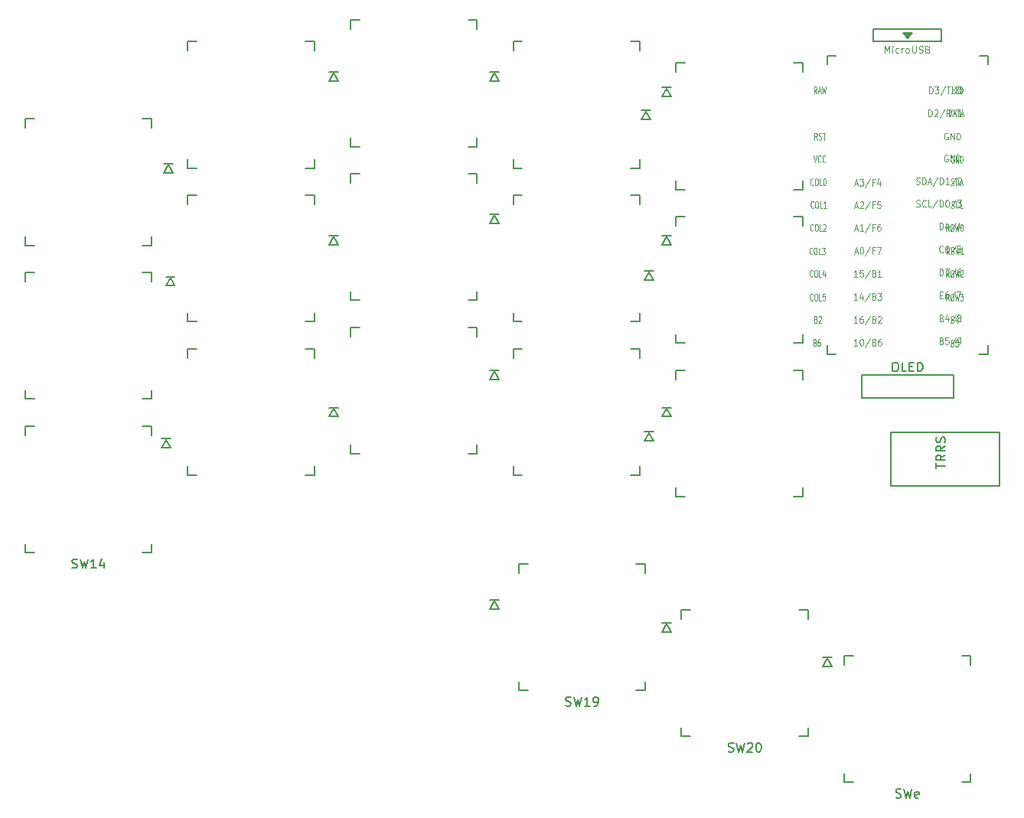
<source format=gto>
G04 #@! TF.GenerationSoftware,KiCad,Pcbnew,(5.1.5-0-10_14)*
G04 #@! TF.CreationDate,2020-05-05T15:06:42+01:00*
G04 #@! TF.ProjectId,beak,6265616b-2e6b-4696-9361-645f70636258,2.1*
G04 #@! TF.SameCoordinates,Original*
G04 #@! TF.FileFunction,Legend,Top*
G04 #@! TF.FilePolarity,Positive*
%FSLAX46Y46*%
G04 Gerber Fmt 4.6, Leading zero omitted, Abs format (unit mm)*
G04 Created by KiCad (PCBNEW (5.1.5-0-10_14)) date 2020-05-05 15:06:42*
%MOMM*%
%LPD*%
G04 APERTURE LIST*
%ADD10C,0.150000*%
%ADD11C,0.125000*%
%ADD12C,0.120000*%
G04 APERTURE END LIST*
D10*
X123620000Y-98440000D02*
X123620000Y-97440000D01*
X122620000Y-98440000D02*
X123620000Y-98440000D01*
X123620000Y-84440000D02*
X122620000Y-84440000D01*
X123620000Y-85440000D02*
X123620000Y-84440000D01*
X109620000Y-84440000D02*
X109620000Y-85440000D01*
X110620000Y-84440000D02*
X109620000Y-84440000D01*
X109620000Y-98440000D02*
X110620000Y-98440000D01*
X109620000Y-97440000D02*
X109620000Y-98440000D01*
X109000000Y-57920000D02*
X110000000Y-57920000D01*
X109000000Y-58920000D02*
X109000000Y-57920000D01*
X109000000Y-71920000D02*
X109000000Y-70920000D01*
X110000000Y-71920000D02*
X109000000Y-71920000D01*
X123000000Y-71920000D02*
X122000000Y-71920000D01*
X123000000Y-70920000D02*
X123000000Y-71920000D01*
X123000000Y-57920000D02*
X123000000Y-58920000D01*
X122000000Y-57920000D02*
X123000000Y-57920000D01*
X108500000Y-62045000D02*
X107500000Y-62045000D01*
X107500000Y-63045000D02*
X108000000Y-62145000D01*
X108500000Y-63045000D02*
X107500000Y-63045000D01*
X108000000Y-62145000D02*
X108500000Y-63045000D01*
X129540000Y-60960000D02*
X129540000Y-58420000D01*
X139700000Y-58420000D02*
X139700000Y-60960000D01*
X129540000Y-58420000D02*
X139700000Y-58420000D01*
X129540000Y-60960000D02*
X139700000Y-60960000D01*
X105620000Y-93360000D02*
X105620000Y-92360000D01*
X104620000Y-93360000D02*
X105620000Y-93360000D01*
X105620000Y-79360000D02*
X104620000Y-79360000D01*
X105620000Y-80360000D02*
X105620000Y-79360000D01*
X91620000Y-79360000D02*
X91620000Y-80360000D01*
X92620000Y-79360000D02*
X91620000Y-79360000D01*
X91620000Y-93360000D02*
X92620000Y-93360000D01*
X91620000Y-92360000D02*
X91620000Y-93360000D01*
X127620000Y-102520000D02*
X127620000Y-103520000D01*
X127620000Y-103520000D02*
X128620000Y-103520000D01*
X128620000Y-89520000D02*
X127620000Y-89520000D01*
X127620000Y-89520000D02*
X127620000Y-90520000D01*
X141620000Y-90520000D02*
X141620000Y-89520000D01*
X141620000Y-89520000D02*
X140620000Y-89520000D01*
X140620000Y-103520000D02*
X141620000Y-103520000D01*
X141620000Y-103520000D02*
X141620000Y-102520000D01*
X143520000Y-56150000D02*
X142510000Y-56150000D01*
X125720000Y-56150000D02*
X126720000Y-56150000D01*
X143520000Y-55150000D02*
X143520000Y-56150000D01*
X125720000Y-55100000D02*
X125720000Y-56150000D01*
X143520000Y-23100000D02*
X142570000Y-23100000D01*
X125720000Y-23100000D02*
X126720000Y-23100000D01*
X143520000Y-23100000D02*
X143520000Y-24100000D01*
X125720000Y-23100000D02*
X125720000Y-24100000D01*
X130870000Y-20200000D02*
X130870000Y-21500000D01*
X130870000Y-21500000D02*
X138370000Y-21500000D01*
X138370000Y-21500000D02*
X138370000Y-20200000D01*
X138370000Y-20200000D02*
X130870000Y-20200000D01*
X134120000Y-20550000D02*
X135120000Y-20550000D01*
X135120000Y-20550000D02*
X134620000Y-21200000D01*
X134620000Y-21200000D02*
X134120000Y-20550000D01*
X134270000Y-20700000D02*
X134970000Y-20700000D01*
X134370000Y-20850000D02*
X134870000Y-20850000D01*
X134470000Y-21000000D02*
X134770000Y-21000000D01*
X91000000Y-55545000D02*
X92000000Y-55545000D01*
X91000000Y-56545000D02*
X91000000Y-55545000D01*
X91000000Y-69545000D02*
X91000000Y-68545000D01*
X92000000Y-69545000D02*
X91000000Y-69545000D01*
X105000000Y-69545000D02*
X104000000Y-69545000D01*
X105000000Y-68545000D02*
X105000000Y-69545000D01*
X105000000Y-55545000D02*
X105000000Y-56545000D01*
X104000000Y-55545000D02*
X105000000Y-55545000D01*
X73000000Y-53170000D02*
X74000000Y-53170000D01*
X73000000Y-54170000D02*
X73000000Y-53170000D01*
X73000000Y-67170000D02*
X73000000Y-66170000D01*
X74000000Y-67170000D02*
X73000000Y-67170000D01*
X87000000Y-67170000D02*
X86000000Y-67170000D01*
X87000000Y-66170000D02*
X87000000Y-67170000D01*
X87000000Y-53170000D02*
X87000000Y-54170000D01*
X86000000Y-53170000D02*
X87000000Y-53170000D01*
X55000000Y-55545000D02*
X56000000Y-55545000D01*
X55000000Y-56545000D02*
X55000000Y-55545000D01*
X55000000Y-69545000D02*
X55000000Y-68545000D01*
X56000000Y-69545000D02*
X55000000Y-69545000D01*
X69000000Y-69545000D02*
X68000000Y-69545000D01*
X69000000Y-68545000D02*
X69000000Y-69545000D01*
X69000000Y-55545000D02*
X69000000Y-56545000D01*
X68000000Y-55545000D02*
X69000000Y-55545000D01*
X37000000Y-77105000D02*
X37000000Y-78105000D01*
X37000000Y-78105000D02*
X38000000Y-78105000D01*
X38000000Y-64105000D02*
X37000000Y-64105000D01*
X37000000Y-64105000D02*
X37000000Y-65105000D01*
X51000000Y-65105000D02*
X51000000Y-64105000D01*
X51000000Y-64105000D02*
X50000000Y-64105000D01*
X50000000Y-78105000D02*
X51000000Y-78105000D01*
X51000000Y-78105000D02*
X51000000Y-77105000D01*
X109000000Y-40920000D02*
X110000000Y-40920000D01*
X109000000Y-41920000D02*
X109000000Y-40920000D01*
X109000000Y-54920000D02*
X109000000Y-53920000D01*
X110000000Y-54920000D02*
X109000000Y-54920000D01*
X123000000Y-54920000D02*
X122000000Y-54920000D01*
X123000000Y-53920000D02*
X123000000Y-54920000D01*
X123000000Y-40920000D02*
X123000000Y-41920000D01*
X122000000Y-40920000D02*
X123000000Y-40920000D01*
X91000000Y-38540000D02*
X92000000Y-38540000D01*
X91000000Y-39540000D02*
X91000000Y-38540000D01*
X91000000Y-52540000D02*
X91000000Y-51540000D01*
X92000000Y-52540000D02*
X91000000Y-52540000D01*
X105000000Y-52540000D02*
X104000000Y-52540000D01*
X105000000Y-51540000D02*
X105000000Y-52540000D01*
X105000000Y-38540000D02*
X105000000Y-39540000D01*
X104000000Y-38540000D02*
X105000000Y-38540000D01*
X73000000Y-36170000D02*
X74000000Y-36170000D01*
X73000000Y-37170000D02*
X73000000Y-36170000D01*
X73000000Y-50170000D02*
X73000000Y-49170000D01*
X74000000Y-50170000D02*
X73000000Y-50170000D01*
X87000000Y-50170000D02*
X86000000Y-50170000D01*
X87000000Y-49170000D02*
X87000000Y-50170000D01*
X87000000Y-36170000D02*
X87000000Y-37170000D01*
X86000000Y-36170000D02*
X87000000Y-36170000D01*
X55000000Y-38540000D02*
X56000000Y-38540000D01*
X55000000Y-39540000D02*
X55000000Y-38540000D01*
X55000000Y-52540000D02*
X55000000Y-51540000D01*
X56000000Y-52540000D02*
X55000000Y-52540000D01*
X69000000Y-52540000D02*
X68000000Y-52540000D01*
X69000000Y-51540000D02*
X69000000Y-52540000D01*
X69000000Y-38540000D02*
X69000000Y-39540000D01*
X68000000Y-38540000D02*
X69000000Y-38540000D01*
X50000000Y-47100000D02*
X51000000Y-47100000D01*
X51000000Y-47100000D02*
X51000000Y-48100000D01*
X51000000Y-60100000D02*
X51000000Y-61100000D01*
X51000000Y-61100000D02*
X50000000Y-61100000D01*
X38000000Y-61100000D02*
X37000000Y-61100000D01*
X37000000Y-61100000D02*
X37000000Y-60100000D01*
X37000000Y-48100000D02*
X37000000Y-47100000D01*
X37000000Y-47100000D02*
X38000000Y-47100000D01*
X109000000Y-23920000D02*
X110000000Y-23920000D01*
X109000000Y-24920000D02*
X109000000Y-23920000D01*
X109000000Y-37920000D02*
X109000000Y-36920000D01*
X110000000Y-37920000D02*
X109000000Y-37920000D01*
X123000000Y-37920000D02*
X122000000Y-37920000D01*
X123000000Y-36920000D02*
X123000000Y-37920000D01*
X123000000Y-23920000D02*
X123000000Y-24920000D01*
X122000000Y-23920000D02*
X123000000Y-23920000D01*
X91000000Y-21540000D02*
X92000000Y-21540000D01*
X91000000Y-22540000D02*
X91000000Y-21540000D01*
X91000000Y-35540000D02*
X91000000Y-34540000D01*
X92000000Y-35540000D02*
X91000000Y-35540000D01*
X105000000Y-35540000D02*
X104000000Y-35540000D01*
X105000000Y-34540000D02*
X105000000Y-35540000D01*
X105000000Y-21540000D02*
X105000000Y-22540000D01*
X104000000Y-21540000D02*
X105000000Y-21540000D01*
X86000000Y-19180000D02*
X87000000Y-19180000D01*
X87000000Y-19180000D02*
X87000000Y-20180000D01*
X87000000Y-32180000D02*
X87000000Y-33180000D01*
X87000000Y-33180000D02*
X86000000Y-33180000D01*
X74000000Y-33180000D02*
X73000000Y-33180000D01*
X73000000Y-33180000D02*
X73000000Y-32180000D01*
X73000000Y-20180000D02*
X73000000Y-19180000D01*
X73000000Y-19180000D02*
X74000000Y-19180000D01*
X55000000Y-21540000D02*
X56000000Y-21540000D01*
X55000000Y-22540000D02*
X55000000Y-21540000D01*
X55000000Y-35540000D02*
X55000000Y-34540000D01*
X56000000Y-35540000D02*
X55000000Y-35540000D01*
X69000000Y-35540000D02*
X68000000Y-35540000D01*
X69000000Y-34540000D02*
X69000000Y-35540000D01*
X69000000Y-21540000D02*
X69000000Y-22540000D01*
X68000000Y-21540000D02*
X69000000Y-21540000D01*
X50000000Y-30100000D02*
X51000000Y-30100000D01*
X51000000Y-30100000D02*
X51000000Y-31100000D01*
X51000000Y-43100000D02*
X51000000Y-44100000D01*
X51000000Y-44100000D02*
X50000000Y-44100000D01*
X38000000Y-44100000D02*
X37000000Y-44100000D01*
X37000000Y-44100000D02*
X37000000Y-43100000D01*
X37000000Y-31100000D02*
X37000000Y-30100000D01*
X37000000Y-30100000D02*
X38000000Y-30100000D01*
X132780000Y-64750000D02*
X144780000Y-64750000D01*
X132780000Y-70750000D02*
X132780000Y-64750000D01*
X144780000Y-70750000D02*
X132780000Y-70750000D01*
X144780000Y-64750000D02*
X144780000Y-70750000D01*
X53340000Y-35060000D02*
X52340000Y-35060000D01*
X52340000Y-36060000D02*
X52840000Y-35160000D01*
X53340000Y-36060000D02*
X52340000Y-36060000D01*
X52840000Y-35160000D02*
X53340000Y-36060000D01*
X71120000Y-25000000D02*
X71620000Y-25900000D01*
X71620000Y-25900000D02*
X70620000Y-25900000D01*
X70620000Y-25900000D02*
X71120000Y-25000000D01*
X71620000Y-24900000D02*
X70620000Y-24900000D01*
X89400000Y-24900000D02*
X88400000Y-24900000D01*
X88400000Y-25900000D02*
X88900000Y-25000000D01*
X89400000Y-25900000D02*
X88400000Y-25900000D01*
X88900000Y-25000000D02*
X89400000Y-25900000D01*
X106180000Y-29170000D02*
X105180000Y-29170000D01*
X105180000Y-30170000D02*
X105680000Y-29270000D01*
X106180000Y-30170000D02*
X105180000Y-30170000D01*
X105680000Y-29270000D02*
X106180000Y-30170000D01*
X108450000Y-26630000D02*
X107450000Y-26630000D01*
X107450000Y-27630000D02*
X107950000Y-26730000D01*
X108450000Y-27630000D02*
X107450000Y-27630000D01*
X107950000Y-26730000D02*
X108450000Y-27630000D01*
X53570000Y-47560000D02*
X52570000Y-47560000D01*
X52570000Y-48560000D02*
X53070000Y-47660000D01*
X53570000Y-48560000D02*
X52570000Y-48560000D01*
X53070000Y-47660000D02*
X53570000Y-48560000D01*
X71120000Y-43145000D02*
X71620000Y-44045000D01*
X71620000Y-44045000D02*
X70620000Y-44045000D01*
X70620000Y-44045000D02*
X71120000Y-43145000D01*
X71620000Y-43045000D02*
X70620000Y-43045000D01*
X89400000Y-40670000D02*
X88400000Y-40670000D01*
X88400000Y-41670000D02*
X88900000Y-40770000D01*
X89400000Y-41670000D02*
X88400000Y-41670000D01*
X88900000Y-40770000D02*
X89400000Y-41670000D01*
X106500000Y-46950000D02*
X105500000Y-46950000D01*
X105500000Y-47950000D02*
X106000000Y-47050000D01*
X106500000Y-47950000D02*
X105500000Y-47950000D01*
X106000000Y-47050000D02*
X106500000Y-47950000D01*
X108500000Y-43045000D02*
X107500000Y-43045000D01*
X107500000Y-44045000D02*
X108000000Y-43145000D01*
X108500000Y-44045000D02*
X107500000Y-44045000D01*
X108000000Y-43145000D02*
X108500000Y-44045000D01*
X53070000Y-65495000D02*
X52070000Y-65495000D01*
X52070000Y-66495000D02*
X52570000Y-65595000D01*
X53070000Y-66495000D02*
X52070000Y-66495000D01*
X52570000Y-65595000D02*
X53070000Y-66495000D01*
X71620000Y-62045000D02*
X70620000Y-62045000D01*
X70620000Y-63045000D02*
X71120000Y-62145000D01*
X71620000Y-63045000D02*
X70620000Y-63045000D01*
X71120000Y-62145000D02*
X71620000Y-63045000D01*
X88900000Y-58020000D02*
X89400000Y-58920000D01*
X89400000Y-58920000D02*
X88400000Y-58920000D01*
X88400000Y-58920000D02*
X88900000Y-58020000D01*
X89400000Y-57920000D02*
X88400000Y-57920000D01*
X106500000Y-64730000D02*
X105500000Y-64730000D01*
X105500000Y-65730000D02*
X106000000Y-64830000D01*
X106500000Y-65730000D02*
X105500000Y-65730000D01*
X106000000Y-64830000D02*
X106500000Y-65730000D01*
X89400000Y-83320000D02*
X88400000Y-83320000D01*
X88400000Y-84320000D02*
X88900000Y-83420000D01*
X89400000Y-84320000D02*
X88400000Y-84320000D01*
X88900000Y-83420000D02*
X89400000Y-84320000D01*
X108450000Y-85860000D02*
X107450000Y-85860000D01*
X107450000Y-86860000D02*
X107950000Y-85960000D01*
X108450000Y-86860000D02*
X107450000Y-86860000D01*
X107950000Y-85960000D02*
X108450000Y-86860000D01*
X126230000Y-89670000D02*
X125230000Y-89670000D01*
X125230000Y-90670000D02*
X125730000Y-89770000D01*
X126230000Y-90670000D02*
X125230000Y-90670000D01*
X125730000Y-89770000D02*
X126230000Y-90670000D01*
X114810476Y-100099761D02*
X114953333Y-100147380D01*
X115191428Y-100147380D01*
X115286666Y-100099761D01*
X115334285Y-100052142D01*
X115381904Y-99956904D01*
X115381904Y-99861666D01*
X115334285Y-99766428D01*
X115286666Y-99718809D01*
X115191428Y-99671190D01*
X115000952Y-99623571D01*
X114905714Y-99575952D01*
X114858095Y-99528333D01*
X114810476Y-99433095D01*
X114810476Y-99337857D01*
X114858095Y-99242619D01*
X114905714Y-99195000D01*
X115000952Y-99147380D01*
X115239047Y-99147380D01*
X115381904Y-99195000D01*
X115715238Y-99147380D02*
X115953333Y-100147380D01*
X116143809Y-99433095D01*
X116334285Y-100147380D01*
X116572380Y-99147380D01*
X116905714Y-99242619D02*
X116953333Y-99195000D01*
X117048571Y-99147380D01*
X117286666Y-99147380D01*
X117381904Y-99195000D01*
X117429523Y-99242619D01*
X117477142Y-99337857D01*
X117477142Y-99433095D01*
X117429523Y-99575952D01*
X116858095Y-100147380D01*
X117477142Y-100147380D01*
X118096190Y-99147380D02*
X118191428Y-99147380D01*
X118286666Y-99195000D01*
X118334285Y-99242619D01*
X118381904Y-99337857D01*
X118429523Y-99528333D01*
X118429523Y-99766428D01*
X118381904Y-99956904D01*
X118334285Y-100052142D01*
X118286666Y-100099761D01*
X118191428Y-100147380D01*
X118096190Y-100147380D01*
X118000952Y-100099761D01*
X117953333Y-100052142D01*
X117905714Y-99956904D01*
X117858095Y-99766428D01*
X117858095Y-99528333D01*
X117905714Y-99337857D01*
X117953333Y-99242619D01*
X118000952Y-99195000D01*
X118096190Y-99147380D01*
X133157619Y-57042380D02*
X133348095Y-57042380D01*
X133443333Y-57090000D01*
X133538571Y-57185238D01*
X133586190Y-57375714D01*
X133586190Y-57709047D01*
X133538571Y-57899523D01*
X133443333Y-57994761D01*
X133348095Y-58042380D01*
X133157619Y-58042380D01*
X133062380Y-57994761D01*
X132967142Y-57899523D01*
X132919523Y-57709047D01*
X132919523Y-57375714D01*
X132967142Y-57185238D01*
X133062380Y-57090000D01*
X133157619Y-57042380D01*
X134490952Y-58042380D02*
X134014761Y-58042380D01*
X134014761Y-57042380D01*
X134824285Y-57518571D02*
X135157619Y-57518571D01*
X135300476Y-58042380D02*
X134824285Y-58042380D01*
X134824285Y-57042380D01*
X135300476Y-57042380D01*
X135729047Y-58042380D02*
X135729047Y-57042380D01*
X135967142Y-57042380D01*
X136110000Y-57090000D01*
X136205238Y-57185238D01*
X136252857Y-57280476D01*
X136300476Y-57470952D01*
X136300476Y-57613809D01*
X136252857Y-57804285D01*
X136205238Y-57899523D01*
X136110000Y-57994761D01*
X135967142Y-58042380D01*
X135729047Y-58042380D01*
X96810476Y-95019761D02*
X96953333Y-95067380D01*
X97191428Y-95067380D01*
X97286666Y-95019761D01*
X97334285Y-94972142D01*
X97381904Y-94876904D01*
X97381904Y-94781666D01*
X97334285Y-94686428D01*
X97286666Y-94638809D01*
X97191428Y-94591190D01*
X97000952Y-94543571D01*
X96905714Y-94495952D01*
X96858095Y-94448333D01*
X96810476Y-94353095D01*
X96810476Y-94257857D01*
X96858095Y-94162619D01*
X96905714Y-94115000D01*
X97000952Y-94067380D01*
X97239047Y-94067380D01*
X97381904Y-94115000D01*
X97715238Y-94067380D02*
X97953333Y-95067380D01*
X98143809Y-94353095D01*
X98334285Y-95067380D01*
X98572380Y-94067380D01*
X99477142Y-95067380D02*
X98905714Y-95067380D01*
X99191428Y-95067380D02*
X99191428Y-94067380D01*
X99096190Y-94210238D01*
X99000952Y-94305476D01*
X98905714Y-94353095D01*
X99953333Y-95067380D02*
X100143809Y-95067380D01*
X100239047Y-95019761D01*
X100286666Y-94972142D01*
X100381904Y-94829285D01*
X100429523Y-94638809D01*
X100429523Y-94257857D01*
X100381904Y-94162619D01*
X100334285Y-94115000D01*
X100239047Y-94067380D01*
X100048571Y-94067380D01*
X99953333Y-94115000D01*
X99905714Y-94162619D01*
X99858095Y-94257857D01*
X99858095Y-94495952D01*
X99905714Y-94591190D01*
X99953333Y-94638809D01*
X100048571Y-94686428D01*
X100239047Y-94686428D01*
X100334285Y-94638809D01*
X100381904Y-94591190D01*
X100429523Y-94495952D01*
X133334285Y-105179761D02*
X133477142Y-105227380D01*
X133715238Y-105227380D01*
X133810476Y-105179761D01*
X133858095Y-105132142D01*
X133905714Y-105036904D01*
X133905714Y-104941666D01*
X133858095Y-104846428D01*
X133810476Y-104798809D01*
X133715238Y-104751190D01*
X133524761Y-104703571D01*
X133429523Y-104655952D01*
X133381904Y-104608333D01*
X133334285Y-104513095D01*
X133334285Y-104417857D01*
X133381904Y-104322619D01*
X133429523Y-104275000D01*
X133524761Y-104227380D01*
X133762857Y-104227380D01*
X133905714Y-104275000D01*
X134239047Y-104227380D02*
X134477142Y-105227380D01*
X134667619Y-104513095D01*
X134858095Y-105227380D01*
X135096190Y-104227380D01*
X135858095Y-105179761D02*
X135762857Y-105227380D01*
X135572380Y-105227380D01*
X135477142Y-105179761D01*
X135429523Y-105084523D01*
X135429523Y-104703571D01*
X135477142Y-104608333D01*
X135572380Y-104560714D01*
X135762857Y-104560714D01*
X135858095Y-104608333D01*
X135905714Y-104703571D01*
X135905714Y-104798809D01*
X135429523Y-104894047D01*
D11*
X124559261Y-27261285D02*
X124392595Y-26904142D01*
X124273547Y-27261285D02*
X124273547Y-26511285D01*
X124464023Y-26511285D01*
X124511642Y-26547000D01*
X124535452Y-26582714D01*
X124559261Y-26654142D01*
X124559261Y-26761285D01*
X124535452Y-26832714D01*
X124511642Y-26868428D01*
X124464023Y-26904142D01*
X124273547Y-26904142D01*
X124749738Y-27047000D02*
X124987833Y-27047000D01*
X124702119Y-27261285D02*
X124868785Y-26511285D01*
X125035452Y-27261285D01*
X125154500Y-26511285D02*
X125273547Y-27261285D01*
X125368785Y-26725571D01*
X125464023Y-27261285D01*
X125583071Y-26511285D01*
X139700047Y-34230500D02*
X139652428Y-34194785D01*
X139581000Y-34194785D01*
X139509571Y-34230500D01*
X139461952Y-34301928D01*
X139438142Y-34373357D01*
X139414333Y-34516214D01*
X139414333Y-34623357D01*
X139438142Y-34766214D01*
X139461952Y-34837642D01*
X139509571Y-34909071D01*
X139581000Y-34944785D01*
X139628619Y-34944785D01*
X139700047Y-34909071D01*
X139723857Y-34873357D01*
X139723857Y-34623357D01*
X139628619Y-34623357D01*
X139938142Y-34944785D02*
X139938142Y-34194785D01*
X140223857Y-34944785D01*
X140223857Y-34194785D01*
X140461952Y-34944785D02*
X140461952Y-34194785D01*
X140581000Y-34194785D01*
X140652428Y-34230500D01*
X140700047Y-34301928D01*
X140723857Y-34373357D01*
X140747666Y-34516214D01*
X140747666Y-34623357D01*
X140723857Y-34766214D01*
X140700047Y-34837642D01*
X140652428Y-34909071D01*
X140581000Y-34944785D01*
X140461952Y-34944785D01*
X124630690Y-32404785D02*
X124464023Y-32047642D01*
X124344976Y-32404785D02*
X124344976Y-31654785D01*
X124535452Y-31654785D01*
X124583071Y-31690500D01*
X124606880Y-31726214D01*
X124630690Y-31797642D01*
X124630690Y-31904785D01*
X124606880Y-31976214D01*
X124583071Y-32011928D01*
X124535452Y-32047642D01*
X124344976Y-32047642D01*
X124821166Y-32369071D02*
X124892595Y-32404785D01*
X125011642Y-32404785D01*
X125059261Y-32369071D01*
X125083071Y-32333357D01*
X125106880Y-32261928D01*
X125106880Y-32190500D01*
X125083071Y-32119071D01*
X125059261Y-32083357D01*
X125011642Y-32047642D01*
X124916404Y-32011928D01*
X124868785Y-31976214D01*
X124844976Y-31940500D01*
X124821166Y-31869071D01*
X124821166Y-31797642D01*
X124844976Y-31726214D01*
X124868785Y-31690500D01*
X124916404Y-31654785D01*
X125035452Y-31654785D01*
X125106880Y-31690500D01*
X125249738Y-31654785D02*
X125535452Y-31654785D01*
X125392595Y-32404785D02*
X125392595Y-31654785D01*
X124237833Y-34131285D02*
X124404500Y-34881285D01*
X124571166Y-34131285D01*
X125023547Y-34809857D02*
X124999738Y-34845571D01*
X124928309Y-34881285D01*
X124880690Y-34881285D01*
X124809261Y-34845571D01*
X124761642Y-34774142D01*
X124737833Y-34702714D01*
X124714023Y-34559857D01*
X124714023Y-34452714D01*
X124737833Y-34309857D01*
X124761642Y-34238428D01*
X124809261Y-34167000D01*
X124880690Y-34131285D01*
X124928309Y-34131285D01*
X124999738Y-34167000D01*
X125023547Y-34202714D01*
X125523547Y-34809857D02*
X125499738Y-34845571D01*
X125428309Y-34881285D01*
X125380690Y-34881285D01*
X125309261Y-34845571D01*
X125261642Y-34774142D01*
X125237833Y-34702714D01*
X125214023Y-34559857D01*
X125214023Y-34452714D01*
X125237833Y-34309857D01*
X125261642Y-34238428D01*
X125309261Y-34167000D01*
X125380690Y-34131285D01*
X125428309Y-34131285D01*
X125499738Y-34167000D01*
X125523547Y-34202714D01*
X128789285Y-37275000D02*
X129108333Y-37275000D01*
X128725476Y-37489285D02*
X128948809Y-36739285D01*
X129172142Y-37489285D01*
X129331666Y-36739285D02*
X129746428Y-36739285D01*
X129523095Y-37025000D01*
X129618809Y-37025000D01*
X129682619Y-37060714D01*
X129714523Y-37096428D01*
X129746428Y-37167857D01*
X129746428Y-37346428D01*
X129714523Y-37417857D01*
X129682619Y-37453571D01*
X129618809Y-37489285D01*
X129427380Y-37489285D01*
X129363571Y-37453571D01*
X129331666Y-37417857D01*
X130512142Y-36703571D02*
X129937857Y-37667857D01*
X130958809Y-37096428D02*
X130735476Y-37096428D01*
X130735476Y-37489285D02*
X130735476Y-36739285D01*
X131054523Y-36739285D01*
X131596904Y-36989285D02*
X131596904Y-37489285D01*
X131437380Y-36703571D02*
X131277857Y-37239285D01*
X131692619Y-37239285D01*
X128789285Y-39775000D02*
X129108333Y-39775000D01*
X128725476Y-39989285D02*
X128948809Y-39239285D01*
X129172142Y-39989285D01*
X129363571Y-39310714D02*
X129395476Y-39275000D01*
X129459285Y-39239285D01*
X129618809Y-39239285D01*
X129682619Y-39275000D01*
X129714523Y-39310714D01*
X129746428Y-39382142D01*
X129746428Y-39453571D01*
X129714523Y-39560714D01*
X129331666Y-39989285D01*
X129746428Y-39989285D01*
X130512142Y-39203571D02*
X129937857Y-40167857D01*
X130958809Y-39596428D02*
X130735476Y-39596428D01*
X130735476Y-39989285D02*
X130735476Y-39239285D01*
X131054523Y-39239285D01*
X131628809Y-39239285D02*
X131309761Y-39239285D01*
X131277857Y-39596428D01*
X131309761Y-39560714D01*
X131373571Y-39525000D01*
X131533095Y-39525000D01*
X131596904Y-39560714D01*
X131628809Y-39596428D01*
X131660714Y-39667857D01*
X131660714Y-39846428D01*
X131628809Y-39917857D01*
X131596904Y-39953571D01*
X131533095Y-39989285D01*
X131373571Y-39989285D01*
X131309761Y-39953571D01*
X131277857Y-39917857D01*
X128789285Y-42275000D02*
X129108333Y-42275000D01*
X128725476Y-42489285D02*
X128948809Y-41739285D01*
X129172142Y-42489285D01*
X129746428Y-42489285D02*
X129363571Y-42489285D01*
X129555000Y-42489285D02*
X129555000Y-41739285D01*
X129491190Y-41846428D01*
X129427380Y-41917857D01*
X129363571Y-41953571D01*
X130512142Y-41703571D02*
X129937857Y-42667857D01*
X130958809Y-42096428D02*
X130735476Y-42096428D01*
X130735476Y-42489285D02*
X130735476Y-41739285D01*
X131054523Y-41739285D01*
X131596904Y-41739285D02*
X131469285Y-41739285D01*
X131405476Y-41775000D01*
X131373571Y-41810714D01*
X131309761Y-41917857D01*
X131277857Y-42060714D01*
X131277857Y-42346428D01*
X131309761Y-42417857D01*
X131341666Y-42453571D01*
X131405476Y-42489285D01*
X131533095Y-42489285D01*
X131596904Y-42453571D01*
X131628809Y-42417857D01*
X131660714Y-42346428D01*
X131660714Y-42167857D01*
X131628809Y-42096428D01*
X131596904Y-42060714D01*
X131533095Y-42025000D01*
X131405476Y-42025000D01*
X131341666Y-42060714D01*
X131309761Y-42096428D01*
X131277857Y-42167857D01*
X128789285Y-44825000D02*
X129108333Y-44825000D01*
X128725476Y-45039285D02*
X128948809Y-44289285D01*
X129172142Y-45039285D01*
X129523095Y-44289285D02*
X129586904Y-44289285D01*
X129650714Y-44325000D01*
X129682619Y-44360714D01*
X129714523Y-44432142D01*
X129746428Y-44575000D01*
X129746428Y-44753571D01*
X129714523Y-44896428D01*
X129682619Y-44967857D01*
X129650714Y-45003571D01*
X129586904Y-45039285D01*
X129523095Y-45039285D01*
X129459285Y-45003571D01*
X129427380Y-44967857D01*
X129395476Y-44896428D01*
X129363571Y-44753571D01*
X129363571Y-44575000D01*
X129395476Y-44432142D01*
X129427380Y-44360714D01*
X129459285Y-44325000D01*
X129523095Y-44289285D01*
X130512142Y-44253571D02*
X129937857Y-45217857D01*
X130958809Y-44646428D02*
X130735476Y-44646428D01*
X130735476Y-45039285D02*
X130735476Y-44289285D01*
X131054523Y-44289285D01*
X131245952Y-44289285D02*
X131692619Y-44289285D01*
X131405476Y-45039285D01*
X129092380Y-47589285D02*
X128709523Y-47589285D01*
X128900952Y-47589285D02*
X128900952Y-46839285D01*
X128837142Y-46946428D01*
X128773333Y-47017857D01*
X128709523Y-47053571D01*
X129698571Y-46839285D02*
X129379523Y-46839285D01*
X129347619Y-47196428D01*
X129379523Y-47160714D01*
X129443333Y-47125000D01*
X129602857Y-47125000D01*
X129666666Y-47160714D01*
X129698571Y-47196428D01*
X129730476Y-47267857D01*
X129730476Y-47446428D01*
X129698571Y-47517857D01*
X129666666Y-47553571D01*
X129602857Y-47589285D01*
X129443333Y-47589285D01*
X129379523Y-47553571D01*
X129347619Y-47517857D01*
X130496190Y-46803571D02*
X129921904Y-47767857D01*
X130942857Y-47196428D02*
X131038571Y-47232142D01*
X131070476Y-47267857D01*
X131102380Y-47339285D01*
X131102380Y-47446428D01*
X131070476Y-47517857D01*
X131038571Y-47553571D01*
X130974761Y-47589285D01*
X130719523Y-47589285D01*
X130719523Y-46839285D01*
X130942857Y-46839285D01*
X131006666Y-46875000D01*
X131038571Y-46910714D01*
X131070476Y-46982142D01*
X131070476Y-47053571D01*
X131038571Y-47125000D01*
X131006666Y-47160714D01*
X130942857Y-47196428D01*
X130719523Y-47196428D01*
X131740476Y-47589285D02*
X131357619Y-47589285D01*
X131549047Y-47589285D02*
X131549047Y-46839285D01*
X131485238Y-46946428D01*
X131421428Y-47017857D01*
X131357619Y-47053571D01*
X129092380Y-50139285D02*
X128709523Y-50139285D01*
X128900952Y-50139285D02*
X128900952Y-49389285D01*
X128837142Y-49496428D01*
X128773333Y-49567857D01*
X128709523Y-49603571D01*
X129666666Y-49639285D02*
X129666666Y-50139285D01*
X129507142Y-49353571D02*
X129347619Y-49889285D01*
X129762380Y-49889285D01*
X130496190Y-49353571D02*
X129921904Y-50317857D01*
X130942857Y-49746428D02*
X131038571Y-49782142D01*
X131070476Y-49817857D01*
X131102380Y-49889285D01*
X131102380Y-49996428D01*
X131070476Y-50067857D01*
X131038571Y-50103571D01*
X130974761Y-50139285D01*
X130719523Y-50139285D01*
X130719523Y-49389285D01*
X130942857Y-49389285D01*
X131006666Y-49425000D01*
X131038571Y-49460714D01*
X131070476Y-49532142D01*
X131070476Y-49603571D01*
X131038571Y-49675000D01*
X131006666Y-49710714D01*
X130942857Y-49746428D01*
X130719523Y-49746428D01*
X131325714Y-49389285D02*
X131740476Y-49389285D01*
X131517142Y-49675000D01*
X131612857Y-49675000D01*
X131676666Y-49710714D01*
X131708571Y-49746428D01*
X131740476Y-49817857D01*
X131740476Y-49996428D01*
X131708571Y-50067857D01*
X131676666Y-50103571D01*
X131612857Y-50139285D01*
X131421428Y-50139285D01*
X131357619Y-50103571D01*
X131325714Y-50067857D01*
X129092380Y-55189285D02*
X128709523Y-55189285D01*
X128900952Y-55189285D02*
X128900952Y-54439285D01*
X128837142Y-54546428D01*
X128773333Y-54617857D01*
X128709523Y-54653571D01*
X129507142Y-54439285D02*
X129570952Y-54439285D01*
X129634761Y-54475000D01*
X129666666Y-54510714D01*
X129698571Y-54582142D01*
X129730476Y-54725000D01*
X129730476Y-54903571D01*
X129698571Y-55046428D01*
X129666666Y-55117857D01*
X129634761Y-55153571D01*
X129570952Y-55189285D01*
X129507142Y-55189285D01*
X129443333Y-55153571D01*
X129411428Y-55117857D01*
X129379523Y-55046428D01*
X129347619Y-54903571D01*
X129347619Y-54725000D01*
X129379523Y-54582142D01*
X129411428Y-54510714D01*
X129443333Y-54475000D01*
X129507142Y-54439285D01*
X130496190Y-54403571D02*
X129921904Y-55367857D01*
X130942857Y-54796428D02*
X131038571Y-54832142D01*
X131070476Y-54867857D01*
X131102380Y-54939285D01*
X131102380Y-55046428D01*
X131070476Y-55117857D01*
X131038571Y-55153571D01*
X130974761Y-55189285D01*
X130719523Y-55189285D01*
X130719523Y-54439285D01*
X130942857Y-54439285D01*
X131006666Y-54475000D01*
X131038571Y-54510714D01*
X131070476Y-54582142D01*
X131070476Y-54653571D01*
X131038571Y-54725000D01*
X131006666Y-54760714D01*
X130942857Y-54796428D01*
X130719523Y-54796428D01*
X131676666Y-54439285D02*
X131549047Y-54439285D01*
X131485238Y-54475000D01*
X131453333Y-54510714D01*
X131389523Y-54617857D01*
X131357619Y-54760714D01*
X131357619Y-55046428D01*
X131389523Y-55117857D01*
X131421428Y-55153571D01*
X131485238Y-55189285D01*
X131612857Y-55189285D01*
X131676666Y-55153571D01*
X131708571Y-55117857D01*
X131740476Y-55046428D01*
X131740476Y-54867857D01*
X131708571Y-54796428D01*
X131676666Y-54760714D01*
X131612857Y-54725000D01*
X131485238Y-54725000D01*
X131421428Y-54760714D01*
X131389523Y-54796428D01*
X131357619Y-54867857D01*
X129092380Y-52689285D02*
X128709523Y-52689285D01*
X128900952Y-52689285D02*
X128900952Y-51939285D01*
X128837142Y-52046428D01*
X128773333Y-52117857D01*
X128709523Y-52153571D01*
X129666666Y-51939285D02*
X129539047Y-51939285D01*
X129475238Y-51975000D01*
X129443333Y-52010714D01*
X129379523Y-52117857D01*
X129347619Y-52260714D01*
X129347619Y-52546428D01*
X129379523Y-52617857D01*
X129411428Y-52653571D01*
X129475238Y-52689285D01*
X129602857Y-52689285D01*
X129666666Y-52653571D01*
X129698571Y-52617857D01*
X129730476Y-52546428D01*
X129730476Y-52367857D01*
X129698571Y-52296428D01*
X129666666Y-52260714D01*
X129602857Y-52225000D01*
X129475238Y-52225000D01*
X129411428Y-52260714D01*
X129379523Y-52296428D01*
X129347619Y-52367857D01*
X130496190Y-51903571D02*
X129921904Y-52867857D01*
X130942857Y-52296428D02*
X131038571Y-52332142D01*
X131070476Y-52367857D01*
X131102380Y-52439285D01*
X131102380Y-52546428D01*
X131070476Y-52617857D01*
X131038571Y-52653571D01*
X130974761Y-52689285D01*
X130719523Y-52689285D01*
X130719523Y-51939285D01*
X130942857Y-51939285D01*
X131006666Y-51975000D01*
X131038571Y-52010714D01*
X131070476Y-52082142D01*
X131070476Y-52153571D01*
X131038571Y-52225000D01*
X131006666Y-52260714D01*
X130942857Y-52296428D01*
X130719523Y-52296428D01*
X131357619Y-52010714D02*
X131389523Y-51975000D01*
X131453333Y-51939285D01*
X131612857Y-51939285D01*
X131676666Y-51975000D01*
X131708571Y-52010714D01*
X131740476Y-52082142D01*
X131740476Y-52153571D01*
X131708571Y-52260714D01*
X131325714Y-52689285D01*
X131740476Y-52689285D01*
X138192380Y-49596428D02*
X138415714Y-49596428D01*
X138511428Y-49989285D02*
X138192380Y-49989285D01*
X138192380Y-49239285D01*
X138511428Y-49239285D01*
X139085714Y-49239285D02*
X138958095Y-49239285D01*
X138894285Y-49275000D01*
X138862380Y-49310714D01*
X138798571Y-49417857D01*
X138766666Y-49560714D01*
X138766666Y-49846428D01*
X138798571Y-49917857D01*
X138830476Y-49953571D01*
X138894285Y-49989285D01*
X139021904Y-49989285D01*
X139085714Y-49953571D01*
X139117619Y-49917857D01*
X139149523Y-49846428D01*
X139149523Y-49667857D01*
X139117619Y-49596428D01*
X139085714Y-49560714D01*
X139021904Y-49525000D01*
X138894285Y-49525000D01*
X138830476Y-49560714D01*
X138798571Y-49596428D01*
X138766666Y-49667857D01*
X139915238Y-49203571D02*
X139340952Y-50167857D01*
X140074761Y-49239285D02*
X140521428Y-49239285D01*
X140234285Y-49989285D01*
X138160476Y-47439285D02*
X138160476Y-46689285D01*
X138320000Y-46689285D01*
X138415714Y-46725000D01*
X138479523Y-46796428D01*
X138511428Y-46867857D01*
X138543333Y-47010714D01*
X138543333Y-47117857D01*
X138511428Y-47260714D01*
X138479523Y-47332142D01*
X138415714Y-47403571D01*
X138320000Y-47439285D01*
X138160476Y-47439285D01*
X138766666Y-46689285D02*
X139213333Y-46689285D01*
X138926190Y-47439285D01*
X139947142Y-46653571D02*
X139372857Y-47617857D01*
X140457619Y-46689285D02*
X140330000Y-46689285D01*
X140266190Y-46725000D01*
X140234285Y-46760714D01*
X140170476Y-46867857D01*
X140138571Y-47010714D01*
X140138571Y-47296428D01*
X140170476Y-47367857D01*
X140202380Y-47403571D01*
X140266190Y-47439285D01*
X140393809Y-47439285D01*
X140457619Y-47403571D01*
X140489523Y-47367857D01*
X140521428Y-47296428D01*
X140521428Y-47117857D01*
X140489523Y-47046428D01*
X140457619Y-47010714D01*
X140393809Y-46975000D01*
X140266190Y-46975000D01*
X140202380Y-47010714D01*
X140170476Y-47046428D01*
X140138571Y-47117857D01*
X139064523Y-31675000D02*
X139000714Y-31639285D01*
X138905000Y-31639285D01*
X138809285Y-31675000D01*
X138745476Y-31746428D01*
X138713571Y-31817857D01*
X138681666Y-31960714D01*
X138681666Y-32067857D01*
X138713571Y-32210714D01*
X138745476Y-32282142D01*
X138809285Y-32353571D01*
X138905000Y-32389285D01*
X138968809Y-32389285D01*
X139064523Y-32353571D01*
X139096428Y-32317857D01*
X139096428Y-32067857D01*
X138968809Y-32067857D01*
X139383571Y-32389285D02*
X139383571Y-31639285D01*
X139766428Y-32389285D01*
X139766428Y-31639285D01*
X140085476Y-32389285D02*
X140085476Y-31639285D01*
X140245000Y-31639285D01*
X140340714Y-31675000D01*
X140404523Y-31746428D01*
X140436428Y-31817857D01*
X140468333Y-31960714D01*
X140468333Y-32067857D01*
X140436428Y-32210714D01*
X140404523Y-32282142D01*
X140340714Y-32353571D01*
X140245000Y-32389285D01*
X140085476Y-32389285D01*
X139064523Y-34125000D02*
X139000714Y-34089285D01*
X138905000Y-34089285D01*
X138809285Y-34125000D01*
X138745476Y-34196428D01*
X138713571Y-34267857D01*
X138681666Y-34410714D01*
X138681666Y-34517857D01*
X138713571Y-34660714D01*
X138745476Y-34732142D01*
X138809285Y-34803571D01*
X138905000Y-34839285D01*
X138968809Y-34839285D01*
X139064523Y-34803571D01*
X139096428Y-34767857D01*
X139096428Y-34517857D01*
X138968809Y-34517857D01*
X139383571Y-34839285D02*
X139383571Y-34089285D01*
X139766428Y-34839285D01*
X139766428Y-34089285D01*
X140085476Y-34839285D02*
X140085476Y-34089285D01*
X140245000Y-34089285D01*
X140340714Y-34125000D01*
X140404523Y-34196428D01*
X140436428Y-34267857D01*
X140468333Y-34410714D01*
X140468333Y-34517857D01*
X140436428Y-34660714D01*
X140404523Y-34732142D01*
X140340714Y-34803571D01*
X140245000Y-34839285D01*
X140085476Y-34839285D01*
X137036190Y-27289285D02*
X137036190Y-26539285D01*
X137195714Y-26539285D01*
X137291428Y-26575000D01*
X137355238Y-26646428D01*
X137387142Y-26717857D01*
X137419047Y-26860714D01*
X137419047Y-26967857D01*
X137387142Y-27110714D01*
X137355238Y-27182142D01*
X137291428Y-27253571D01*
X137195714Y-27289285D01*
X137036190Y-27289285D01*
X137642380Y-26539285D02*
X138057142Y-26539285D01*
X137833809Y-26825000D01*
X137929523Y-26825000D01*
X137993333Y-26860714D01*
X138025238Y-26896428D01*
X138057142Y-26967857D01*
X138057142Y-27146428D01*
X138025238Y-27217857D01*
X137993333Y-27253571D01*
X137929523Y-27289285D01*
X137738095Y-27289285D01*
X137674285Y-27253571D01*
X137642380Y-27217857D01*
X138822857Y-26503571D02*
X138248571Y-27467857D01*
X138950476Y-26539285D02*
X139333333Y-26539285D01*
X139141904Y-27289285D02*
X139141904Y-26539285D01*
X139492857Y-26539285D02*
X139939523Y-27289285D01*
X139939523Y-26539285D02*
X139492857Y-27289285D01*
X140322380Y-26539285D02*
X140386190Y-26539285D01*
X140450000Y-26575000D01*
X140481904Y-26610714D01*
X140513809Y-26682142D01*
X140545714Y-26825000D01*
X140545714Y-27003571D01*
X140513809Y-27146428D01*
X140481904Y-27217857D01*
X140450000Y-27253571D01*
X140386190Y-27289285D01*
X140322380Y-27289285D01*
X140258571Y-27253571D01*
X140226666Y-27217857D01*
X140194761Y-27146428D01*
X140162857Y-27003571D01*
X140162857Y-26825000D01*
X140194761Y-26682142D01*
X140226666Y-26610714D01*
X140258571Y-26575000D01*
X140322380Y-26539285D01*
X138160476Y-42339285D02*
X138160476Y-41589285D01*
X138320000Y-41589285D01*
X138415714Y-41625000D01*
X138479523Y-41696428D01*
X138511428Y-41767857D01*
X138543333Y-41910714D01*
X138543333Y-42017857D01*
X138511428Y-42160714D01*
X138479523Y-42232142D01*
X138415714Y-42303571D01*
X138320000Y-42339285D01*
X138160476Y-42339285D01*
X139117619Y-41839285D02*
X139117619Y-42339285D01*
X138958095Y-41553571D02*
X138798571Y-42089285D01*
X139213333Y-42089285D01*
X139947142Y-41553571D02*
X139372857Y-42517857D01*
X140457619Y-41839285D02*
X140457619Y-42339285D01*
X140298095Y-41553571D02*
X140138571Y-42089285D01*
X140553333Y-42089285D01*
X135586428Y-37303571D02*
X135682142Y-37339285D01*
X135841666Y-37339285D01*
X135905476Y-37303571D01*
X135937380Y-37267857D01*
X135969285Y-37196428D01*
X135969285Y-37125000D01*
X135937380Y-37053571D01*
X135905476Y-37017857D01*
X135841666Y-36982142D01*
X135714047Y-36946428D01*
X135650238Y-36910714D01*
X135618333Y-36875000D01*
X135586428Y-36803571D01*
X135586428Y-36732142D01*
X135618333Y-36660714D01*
X135650238Y-36625000D01*
X135714047Y-36589285D01*
X135873571Y-36589285D01*
X135969285Y-36625000D01*
X136256428Y-37339285D02*
X136256428Y-36589285D01*
X136415952Y-36589285D01*
X136511666Y-36625000D01*
X136575476Y-36696428D01*
X136607380Y-36767857D01*
X136639285Y-36910714D01*
X136639285Y-37017857D01*
X136607380Y-37160714D01*
X136575476Y-37232142D01*
X136511666Y-37303571D01*
X136415952Y-37339285D01*
X136256428Y-37339285D01*
X136894523Y-37125000D02*
X137213571Y-37125000D01*
X136830714Y-37339285D02*
X137054047Y-36589285D01*
X137277380Y-37339285D01*
X137979285Y-36553571D02*
X137405000Y-37517857D01*
X138202619Y-37339285D02*
X138202619Y-36589285D01*
X138362142Y-36589285D01*
X138457857Y-36625000D01*
X138521666Y-36696428D01*
X138553571Y-36767857D01*
X138585476Y-36910714D01*
X138585476Y-37017857D01*
X138553571Y-37160714D01*
X138521666Y-37232142D01*
X138457857Y-37303571D01*
X138362142Y-37339285D01*
X138202619Y-37339285D01*
X139223571Y-37339285D02*
X138840714Y-37339285D01*
X139032142Y-37339285D02*
X139032142Y-36589285D01*
X138968333Y-36696428D01*
X138904523Y-36767857D01*
X138840714Y-36803571D01*
X139989285Y-36553571D02*
X139415000Y-37517857D01*
X140180714Y-36660714D02*
X140212619Y-36625000D01*
X140276428Y-36589285D01*
X140435952Y-36589285D01*
X140499761Y-36625000D01*
X140531666Y-36660714D01*
X140563571Y-36732142D01*
X140563571Y-36803571D01*
X140531666Y-36910714D01*
X140148809Y-37339285D01*
X140563571Y-37339285D01*
X135602380Y-39803571D02*
X135698095Y-39839285D01*
X135857619Y-39839285D01*
X135921428Y-39803571D01*
X135953333Y-39767857D01*
X135985238Y-39696428D01*
X135985238Y-39625000D01*
X135953333Y-39553571D01*
X135921428Y-39517857D01*
X135857619Y-39482142D01*
X135730000Y-39446428D01*
X135666190Y-39410714D01*
X135634285Y-39375000D01*
X135602380Y-39303571D01*
X135602380Y-39232142D01*
X135634285Y-39160714D01*
X135666190Y-39125000D01*
X135730000Y-39089285D01*
X135889523Y-39089285D01*
X135985238Y-39125000D01*
X136655238Y-39767857D02*
X136623333Y-39803571D01*
X136527619Y-39839285D01*
X136463809Y-39839285D01*
X136368095Y-39803571D01*
X136304285Y-39732142D01*
X136272380Y-39660714D01*
X136240476Y-39517857D01*
X136240476Y-39410714D01*
X136272380Y-39267857D01*
X136304285Y-39196428D01*
X136368095Y-39125000D01*
X136463809Y-39089285D01*
X136527619Y-39089285D01*
X136623333Y-39125000D01*
X136655238Y-39160714D01*
X137261428Y-39839285D02*
X136942380Y-39839285D01*
X136942380Y-39089285D01*
X137963333Y-39053571D02*
X137389047Y-40017857D01*
X138186666Y-39839285D02*
X138186666Y-39089285D01*
X138346190Y-39089285D01*
X138441904Y-39125000D01*
X138505714Y-39196428D01*
X138537619Y-39267857D01*
X138569523Y-39410714D01*
X138569523Y-39517857D01*
X138537619Y-39660714D01*
X138505714Y-39732142D01*
X138441904Y-39803571D01*
X138346190Y-39839285D01*
X138186666Y-39839285D01*
X138984285Y-39089285D02*
X139048095Y-39089285D01*
X139111904Y-39125000D01*
X139143809Y-39160714D01*
X139175714Y-39232142D01*
X139207619Y-39375000D01*
X139207619Y-39553571D01*
X139175714Y-39696428D01*
X139143809Y-39767857D01*
X139111904Y-39803571D01*
X139048095Y-39839285D01*
X138984285Y-39839285D01*
X138920476Y-39803571D01*
X138888571Y-39767857D01*
X138856666Y-39696428D01*
X138824761Y-39553571D01*
X138824761Y-39375000D01*
X138856666Y-39232142D01*
X138888571Y-39160714D01*
X138920476Y-39125000D01*
X138984285Y-39089285D01*
X139973333Y-39053571D02*
X139399047Y-40017857D01*
X140132857Y-39089285D02*
X140547619Y-39089285D01*
X140324285Y-39375000D01*
X140420000Y-39375000D01*
X140483809Y-39410714D01*
X140515714Y-39446428D01*
X140547619Y-39517857D01*
X140547619Y-39696428D01*
X140515714Y-39767857D01*
X140483809Y-39803571D01*
X140420000Y-39839285D01*
X140228571Y-39839285D01*
X140164761Y-39803571D01*
X140132857Y-39767857D01*
X138543333Y-44817857D02*
X138511428Y-44853571D01*
X138415714Y-44889285D01*
X138351904Y-44889285D01*
X138256190Y-44853571D01*
X138192380Y-44782142D01*
X138160476Y-44710714D01*
X138128571Y-44567857D01*
X138128571Y-44460714D01*
X138160476Y-44317857D01*
X138192380Y-44246428D01*
X138256190Y-44175000D01*
X138351904Y-44139285D01*
X138415714Y-44139285D01*
X138511428Y-44175000D01*
X138543333Y-44210714D01*
X139117619Y-44139285D02*
X138990000Y-44139285D01*
X138926190Y-44175000D01*
X138894285Y-44210714D01*
X138830476Y-44317857D01*
X138798571Y-44460714D01*
X138798571Y-44746428D01*
X138830476Y-44817857D01*
X138862380Y-44853571D01*
X138926190Y-44889285D01*
X139053809Y-44889285D01*
X139117619Y-44853571D01*
X139149523Y-44817857D01*
X139181428Y-44746428D01*
X139181428Y-44567857D01*
X139149523Y-44496428D01*
X139117619Y-44460714D01*
X139053809Y-44425000D01*
X138926190Y-44425000D01*
X138862380Y-44460714D01*
X138830476Y-44496428D01*
X138798571Y-44567857D01*
X139947142Y-44103571D02*
X139372857Y-45067857D01*
X140489523Y-44139285D02*
X140170476Y-44139285D01*
X140138571Y-44496428D01*
X140170476Y-44460714D01*
X140234285Y-44425000D01*
X140393809Y-44425000D01*
X140457619Y-44460714D01*
X140489523Y-44496428D01*
X140521428Y-44567857D01*
X140521428Y-44746428D01*
X140489523Y-44817857D01*
X140457619Y-44853571D01*
X140393809Y-44889285D01*
X140234285Y-44889285D01*
X140170476Y-44853571D01*
X140138571Y-44817857D01*
X138383809Y-54646428D02*
X138479523Y-54682142D01*
X138511428Y-54717857D01*
X138543333Y-54789285D01*
X138543333Y-54896428D01*
X138511428Y-54967857D01*
X138479523Y-55003571D01*
X138415714Y-55039285D01*
X138160476Y-55039285D01*
X138160476Y-54289285D01*
X138383809Y-54289285D01*
X138447619Y-54325000D01*
X138479523Y-54360714D01*
X138511428Y-54432142D01*
X138511428Y-54503571D01*
X138479523Y-54575000D01*
X138447619Y-54610714D01*
X138383809Y-54646428D01*
X138160476Y-54646428D01*
X139149523Y-54289285D02*
X138830476Y-54289285D01*
X138798571Y-54646428D01*
X138830476Y-54610714D01*
X138894285Y-54575000D01*
X139053809Y-54575000D01*
X139117619Y-54610714D01*
X139149523Y-54646428D01*
X139181428Y-54717857D01*
X139181428Y-54896428D01*
X139149523Y-54967857D01*
X139117619Y-55003571D01*
X139053809Y-55039285D01*
X138894285Y-55039285D01*
X138830476Y-55003571D01*
X138798571Y-54967857D01*
X139947142Y-54253571D02*
X139372857Y-55217857D01*
X140202380Y-55039285D02*
X140330000Y-55039285D01*
X140393809Y-55003571D01*
X140425714Y-54967857D01*
X140489523Y-54860714D01*
X140521428Y-54717857D01*
X140521428Y-54432142D01*
X140489523Y-54360714D01*
X140457619Y-54325000D01*
X140393809Y-54289285D01*
X140266190Y-54289285D01*
X140202380Y-54325000D01*
X140170476Y-54360714D01*
X140138571Y-54432142D01*
X140138571Y-54610714D01*
X140170476Y-54682142D01*
X140202380Y-54717857D01*
X140266190Y-54753571D01*
X140393809Y-54753571D01*
X140457619Y-54717857D01*
X140489523Y-54682142D01*
X140521428Y-54610714D01*
X136956428Y-29839285D02*
X136956428Y-29089285D01*
X137115952Y-29089285D01*
X137211666Y-29125000D01*
X137275476Y-29196428D01*
X137307380Y-29267857D01*
X137339285Y-29410714D01*
X137339285Y-29517857D01*
X137307380Y-29660714D01*
X137275476Y-29732142D01*
X137211666Y-29803571D01*
X137115952Y-29839285D01*
X136956428Y-29839285D01*
X137594523Y-29160714D02*
X137626428Y-29125000D01*
X137690238Y-29089285D01*
X137849761Y-29089285D01*
X137913571Y-29125000D01*
X137945476Y-29160714D01*
X137977380Y-29232142D01*
X137977380Y-29303571D01*
X137945476Y-29410714D01*
X137562619Y-29839285D01*
X137977380Y-29839285D01*
X138743095Y-29053571D02*
X138168809Y-30017857D01*
X139349285Y-29839285D02*
X139125952Y-29482142D01*
X138966428Y-29839285D02*
X138966428Y-29089285D01*
X139221666Y-29089285D01*
X139285476Y-29125000D01*
X139317380Y-29160714D01*
X139349285Y-29232142D01*
X139349285Y-29339285D01*
X139317380Y-29410714D01*
X139285476Y-29446428D01*
X139221666Y-29482142D01*
X138966428Y-29482142D01*
X139572619Y-29089285D02*
X140019285Y-29839285D01*
X140019285Y-29089285D02*
X139572619Y-29839285D01*
X140625476Y-29839285D02*
X140242619Y-29839285D01*
X140434047Y-29839285D02*
X140434047Y-29089285D01*
X140370238Y-29196428D01*
X140306428Y-29267857D01*
X140242619Y-29303571D01*
X138383809Y-52146428D02*
X138479523Y-52182142D01*
X138511428Y-52217857D01*
X138543333Y-52289285D01*
X138543333Y-52396428D01*
X138511428Y-52467857D01*
X138479523Y-52503571D01*
X138415714Y-52539285D01*
X138160476Y-52539285D01*
X138160476Y-51789285D01*
X138383809Y-51789285D01*
X138447619Y-51825000D01*
X138479523Y-51860714D01*
X138511428Y-51932142D01*
X138511428Y-52003571D01*
X138479523Y-52075000D01*
X138447619Y-52110714D01*
X138383809Y-52146428D01*
X138160476Y-52146428D01*
X139117619Y-52039285D02*
X139117619Y-52539285D01*
X138958095Y-51753571D02*
X138798571Y-52289285D01*
X139213333Y-52289285D01*
X139947142Y-51753571D02*
X139372857Y-52717857D01*
X140266190Y-52110714D02*
X140202380Y-52075000D01*
X140170476Y-52039285D01*
X140138571Y-51967857D01*
X140138571Y-51932142D01*
X140170476Y-51860714D01*
X140202380Y-51825000D01*
X140266190Y-51789285D01*
X140393809Y-51789285D01*
X140457619Y-51825000D01*
X140489523Y-51860714D01*
X140521428Y-51932142D01*
X140521428Y-51967857D01*
X140489523Y-52039285D01*
X140457619Y-52075000D01*
X140393809Y-52110714D01*
X140266190Y-52110714D01*
X140202380Y-52146428D01*
X140170476Y-52182142D01*
X140138571Y-52253571D01*
X140138571Y-52396428D01*
X140170476Y-52467857D01*
X140202380Y-52503571D01*
X140266190Y-52539285D01*
X140393809Y-52539285D01*
X140457619Y-52503571D01*
X140489523Y-52467857D01*
X140521428Y-52396428D01*
X140521428Y-52253571D01*
X140489523Y-52182142D01*
X140457619Y-52146428D01*
X140393809Y-52110714D01*
D12*
X132123571Y-22789285D02*
X132123571Y-22039285D01*
X132373571Y-22575000D01*
X132623571Y-22039285D01*
X132623571Y-22789285D01*
X132980714Y-22789285D02*
X132980714Y-22289285D01*
X132980714Y-22039285D02*
X132945000Y-22075000D01*
X132980714Y-22110714D01*
X133016428Y-22075000D01*
X132980714Y-22039285D01*
X132980714Y-22110714D01*
X133659285Y-22753571D02*
X133587857Y-22789285D01*
X133445000Y-22789285D01*
X133373571Y-22753571D01*
X133337857Y-22717857D01*
X133302142Y-22646428D01*
X133302142Y-22432142D01*
X133337857Y-22360714D01*
X133373571Y-22325000D01*
X133445000Y-22289285D01*
X133587857Y-22289285D01*
X133659285Y-22325000D01*
X133980714Y-22789285D02*
X133980714Y-22289285D01*
X133980714Y-22432142D02*
X134016428Y-22360714D01*
X134052142Y-22325000D01*
X134123571Y-22289285D01*
X134195000Y-22289285D01*
X134552142Y-22789285D02*
X134480714Y-22753571D01*
X134445000Y-22717857D01*
X134409285Y-22646428D01*
X134409285Y-22432142D01*
X134445000Y-22360714D01*
X134480714Y-22325000D01*
X134552142Y-22289285D01*
X134659285Y-22289285D01*
X134730714Y-22325000D01*
X134766428Y-22360714D01*
X134802142Y-22432142D01*
X134802142Y-22646428D01*
X134766428Y-22717857D01*
X134730714Y-22753571D01*
X134659285Y-22789285D01*
X134552142Y-22789285D01*
X135123571Y-22039285D02*
X135123571Y-22646428D01*
X135159285Y-22717857D01*
X135195000Y-22753571D01*
X135266428Y-22789285D01*
X135409285Y-22789285D01*
X135480714Y-22753571D01*
X135516428Y-22717857D01*
X135552142Y-22646428D01*
X135552142Y-22039285D01*
X135873571Y-22753571D02*
X135980714Y-22789285D01*
X136159285Y-22789285D01*
X136230714Y-22753571D01*
X136266428Y-22717857D01*
X136302142Y-22646428D01*
X136302142Y-22575000D01*
X136266428Y-22503571D01*
X136230714Y-22467857D01*
X136159285Y-22432142D01*
X136016428Y-22396428D01*
X135945000Y-22360714D01*
X135909285Y-22325000D01*
X135873571Y-22253571D01*
X135873571Y-22182142D01*
X135909285Y-22110714D01*
X135945000Y-22075000D01*
X136016428Y-22039285D01*
X136195000Y-22039285D01*
X136302142Y-22075000D01*
X136873571Y-22396428D02*
X136980714Y-22432142D01*
X137016428Y-22467857D01*
X137052142Y-22539285D01*
X137052142Y-22646428D01*
X137016428Y-22717857D01*
X136980714Y-22753571D01*
X136909285Y-22789285D01*
X136623571Y-22789285D01*
X136623571Y-22039285D01*
X136873571Y-22039285D01*
X136945000Y-22075000D01*
X136980714Y-22110714D01*
X137016428Y-22182142D01*
X137016428Y-22253571D01*
X136980714Y-22325000D01*
X136945000Y-22360714D01*
X136873571Y-22396428D01*
X136623571Y-22396428D01*
D11*
X139798571Y-27261285D02*
X139560476Y-27261285D01*
X139560476Y-26511285D01*
X139965238Y-26868428D02*
X140131904Y-26868428D01*
X140203333Y-27261285D02*
X139965238Y-27261285D01*
X139965238Y-26511285D01*
X140203333Y-26511285D01*
X140417619Y-27261285D02*
X140417619Y-26511285D01*
X140536666Y-26511285D01*
X140608095Y-26547000D01*
X140655714Y-26618428D01*
X140679523Y-26689857D01*
X140703333Y-26832714D01*
X140703333Y-26939857D01*
X140679523Y-27082714D01*
X140655714Y-27154142D01*
X140608095Y-27225571D01*
X140536666Y-27261285D01*
X140417619Y-27261285D01*
X139220000Y-29789285D02*
X139220000Y-29039285D01*
X139339047Y-29039285D01*
X139410476Y-29075000D01*
X139458095Y-29146428D01*
X139481904Y-29217857D01*
X139505714Y-29360714D01*
X139505714Y-29467857D01*
X139481904Y-29610714D01*
X139458095Y-29682142D01*
X139410476Y-29753571D01*
X139339047Y-29789285D01*
X139220000Y-29789285D01*
X139696190Y-29575000D02*
X139934285Y-29575000D01*
X139648571Y-29789285D02*
X139815238Y-29039285D01*
X139981904Y-29789285D01*
X140077142Y-29039285D02*
X140362857Y-29039285D01*
X140220000Y-29789285D02*
X140220000Y-29039285D01*
X140505714Y-29575000D02*
X140743809Y-29575000D01*
X140458095Y-29789285D02*
X140624761Y-29039285D01*
X140791428Y-29789285D01*
X124072380Y-45017857D02*
X124048571Y-45053571D01*
X123977142Y-45089285D01*
X123929523Y-45089285D01*
X123858095Y-45053571D01*
X123810476Y-44982142D01*
X123786666Y-44910714D01*
X123762857Y-44767857D01*
X123762857Y-44660714D01*
X123786666Y-44517857D01*
X123810476Y-44446428D01*
X123858095Y-44375000D01*
X123929523Y-44339285D01*
X123977142Y-44339285D01*
X124048571Y-44375000D01*
X124072380Y-44410714D01*
X124381904Y-44339285D02*
X124477142Y-44339285D01*
X124524761Y-44375000D01*
X124572380Y-44446428D01*
X124596190Y-44589285D01*
X124596190Y-44839285D01*
X124572380Y-44982142D01*
X124524761Y-45053571D01*
X124477142Y-45089285D01*
X124381904Y-45089285D01*
X124334285Y-45053571D01*
X124286666Y-44982142D01*
X124262857Y-44839285D01*
X124262857Y-44589285D01*
X124286666Y-44446428D01*
X124334285Y-44375000D01*
X124381904Y-44339285D01*
X125048571Y-45089285D02*
X124810476Y-45089285D01*
X124810476Y-44339285D01*
X125167619Y-44339285D02*
X125477142Y-44339285D01*
X125310476Y-44625000D01*
X125381904Y-44625000D01*
X125429523Y-44660714D01*
X125453333Y-44696428D01*
X125477142Y-44767857D01*
X125477142Y-44946428D01*
X125453333Y-45017857D01*
X125429523Y-45053571D01*
X125381904Y-45089285D01*
X125239047Y-45089285D01*
X125191428Y-45053571D01*
X125167619Y-45017857D01*
X139189047Y-42539285D02*
X139022380Y-42182142D01*
X138903333Y-42539285D02*
X138903333Y-41789285D01*
X139093809Y-41789285D01*
X139141428Y-41825000D01*
X139165238Y-41860714D01*
X139189047Y-41932142D01*
X139189047Y-42039285D01*
X139165238Y-42110714D01*
X139141428Y-42146428D01*
X139093809Y-42182142D01*
X138903333Y-42182142D01*
X139498571Y-41789285D02*
X139593809Y-41789285D01*
X139641428Y-41825000D01*
X139689047Y-41896428D01*
X139712857Y-42039285D01*
X139712857Y-42289285D01*
X139689047Y-42432142D01*
X139641428Y-42503571D01*
X139593809Y-42539285D01*
X139498571Y-42539285D01*
X139450952Y-42503571D01*
X139403333Y-42432142D01*
X139379523Y-42289285D01*
X139379523Y-42039285D01*
X139403333Y-41896428D01*
X139450952Y-41825000D01*
X139498571Y-41789285D01*
X139879523Y-41789285D02*
X139998571Y-42539285D01*
X140093809Y-42003571D01*
X140189047Y-42539285D01*
X140308095Y-41789285D01*
X140593809Y-41789285D02*
X140641428Y-41789285D01*
X140689047Y-41825000D01*
X140712857Y-41860714D01*
X140736666Y-41932142D01*
X140760476Y-42075000D01*
X140760476Y-42253571D01*
X140736666Y-42396428D01*
X140712857Y-42467857D01*
X140689047Y-42503571D01*
X140641428Y-42539285D01*
X140593809Y-42539285D01*
X140546190Y-42503571D01*
X140522380Y-42467857D01*
X140498571Y-42396428D01*
X140474761Y-42253571D01*
X140474761Y-42075000D01*
X140498571Y-41932142D01*
X140522380Y-41860714D01*
X140546190Y-41825000D01*
X140593809Y-41789285D01*
X124172380Y-42429857D02*
X124148571Y-42465571D01*
X124077142Y-42501285D01*
X124029523Y-42501285D01*
X123958095Y-42465571D01*
X123910476Y-42394142D01*
X123886666Y-42322714D01*
X123862857Y-42179857D01*
X123862857Y-42072714D01*
X123886666Y-41929857D01*
X123910476Y-41858428D01*
X123958095Y-41787000D01*
X124029523Y-41751285D01*
X124077142Y-41751285D01*
X124148571Y-41787000D01*
X124172380Y-41822714D01*
X124481904Y-41751285D02*
X124577142Y-41751285D01*
X124624761Y-41787000D01*
X124672380Y-41858428D01*
X124696190Y-42001285D01*
X124696190Y-42251285D01*
X124672380Y-42394142D01*
X124624761Y-42465571D01*
X124577142Y-42501285D01*
X124481904Y-42501285D01*
X124434285Y-42465571D01*
X124386666Y-42394142D01*
X124362857Y-42251285D01*
X124362857Y-42001285D01*
X124386666Y-41858428D01*
X124434285Y-41787000D01*
X124481904Y-41751285D01*
X125148571Y-42501285D02*
X124910476Y-42501285D01*
X124910476Y-41751285D01*
X125291428Y-41822714D02*
X125315238Y-41787000D01*
X125362857Y-41751285D01*
X125481904Y-41751285D01*
X125529523Y-41787000D01*
X125553333Y-41822714D01*
X125577142Y-41894142D01*
X125577142Y-41965571D01*
X125553333Y-42072714D01*
X125267619Y-42501285D01*
X125577142Y-42501285D01*
X139485761Y-39925571D02*
X139557190Y-39961285D01*
X139676238Y-39961285D01*
X139723857Y-39925571D01*
X139747666Y-39889857D01*
X139771476Y-39818428D01*
X139771476Y-39747000D01*
X139747666Y-39675571D01*
X139723857Y-39639857D01*
X139676238Y-39604142D01*
X139581000Y-39568428D01*
X139533380Y-39532714D01*
X139509571Y-39497000D01*
X139485761Y-39425571D01*
X139485761Y-39354142D01*
X139509571Y-39282714D01*
X139533380Y-39247000D01*
X139581000Y-39211285D01*
X139700047Y-39211285D01*
X139771476Y-39247000D01*
X140271476Y-39889857D02*
X140247666Y-39925571D01*
X140176238Y-39961285D01*
X140128619Y-39961285D01*
X140057190Y-39925571D01*
X140009571Y-39854142D01*
X139985761Y-39782714D01*
X139961952Y-39639857D01*
X139961952Y-39532714D01*
X139985761Y-39389857D01*
X140009571Y-39318428D01*
X140057190Y-39247000D01*
X140128619Y-39211285D01*
X140176238Y-39211285D01*
X140247666Y-39247000D01*
X140271476Y-39282714D01*
X140723857Y-39961285D02*
X140485761Y-39961285D01*
X140485761Y-39211285D01*
X124222380Y-39889857D02*
X124198571Y-39925571D01*
X124127142Y-39961285D01*
X124079523Y-39961285D01*
X124008095Y-39925571D01*
X123960476Y-39854142D01*
X123936666Y-39782714D01*
X123912857Y-39639857D01*
X123912857Y-39532714D01*
X123936666Y-39389857D01*
X123960476Y-39318428D01*
X124008095Y-39247000D01*
X124079523Y-39211285D01*
X124127142Y-39211285D01*
X124198571Y-39247000D01*
X124222380Y-39282714D01*
X124531904Y-39211285D02*
X124627142Y-39211285D01*
X124674761Y-39247000D01*
X124722380Y-39318428D01*
X124746190Y-39461285D01*
X124746190Y-39711285D01*
X124722380Y-39854142D01*
X124674761Y-39925571D01*
X124627142Y-39961285D01*
X124531904Y-39961285D01*
X124484285Y-39925571D01*
X124436666Y-39854142D01*
X124412857Y-39711285D01*
X124412857Y-39461285D01*
X124436666Y-39318428D01*
X124484285Y-39247000D01*
X124531904Y-39211285D01*
X125198571Y-39961285D02*
X124960476Y-39961285D01*
X124960476Y-39211285D01*
X125627142Y-39961285D02*
X125341428Y-39961285D01*
X125484285Y-39961285D02*
X125484285Y-39211285D01*
X125436666Y-39318428D01*
X125389047Y-39389857D01*
X125341428Y-39425571D01*
X139473857Y-37385571D02*
X139545285Y-37421285D01*
X139664333Y-37421285D01*
X139711952Y-37385571D01*
X139735761Y-37349857D01*
X139759571Y-37278428D01*
X139759571Y-37207000D01*
X139735761Y-37135571D01*
X139711952Y-37099857D01*
X139664333Y-37064142D01*
X139569095Y-37028428D01*
X139521476Y-36992714D01*
X139497666Y-36957000D01*
X139473857Y-36885571D01*
X139473857Y-36814142D01*
X139497666Y-36742714D01*
X139521476Y-36707000D01*
X139569095Y-36671285D01*
X139688142Y-36671285D01*
X139759571Y-36707000D01*
X139973857Y-37421285D02*
X139973857Y-36671285D01*
X140092904Y-36671285D01*
X140164333Y-36707000D01*
X140211952Y-36778428D01*
X140235761Y-36849857D01*
X140259571Y-36992714D01*
X140259571Y-37099857D01*
X140235761Y-37242714D01*
X140211952Y-37314142D01*
X140164333Y-37385571D01*
X140092904Y-37421285D01*
X139973857Y-37421285D01*
X140450047Y-37207000D02*
X140688142Y-37207000D01*
X140402428Y-37421285D02*
X140569095Y-36671285D01*
X140735761Y-37421285D01*
X124172380Y-37367857D02*
X124148571Y-37403571D01*
X124077142Y-37439285D01*
X124029523Y-37439285D01*
X123958095Y-37403571D01*
X123910476Y-37332142D01*
X123886666Y-37260714D01*
X123862857Y-37117857D01*
X123862857Y-37010714D01*
X123886666Y-36867857D01*
X123910476Y-36796428D01*
X123958095Y-36725000D01*
X124029523Y-36689285D01*
X124077142Y-36689285D01*
X124148571Y-36725000D01*
X124172380Y-36760714D01*
X124481904Y-36689285D02*
X124577142Y-36689285D01*
X124624761Y-36725000D01*
X124672380Y-36796428D01*
X124696190Y-36939285D01*
X124696190Y-37189285D01*
X124672380Y-37332142D01*
X124624761Y-37403571D01*
X124577142Y-37439285D01*
X124481904Y-37439285D01*
X124434285Y-37403571D01*
X124386666Y-37332142D01*
X124362857Y-37189285D01*
X124362857Y-36939285D01*
X124386666Y-36796428D01*
X124434285Y-36725000D01*
X124481904Y-36689285D01*
X125148571Y-37439285D02*
X124910476Y-37439285D01*
X124910476Y-36689285D01*
X125410476Y-36689285D02*
X125458095Y-36689285D01*
X125505714Y-36725000D01*
X125529523Y-36760714D01*
X125553333Y-36832142D01*
X125577142Y-36975000D01*
X125577142Y-37153571D01*
X125553333Y-37296428D01*
X125529523Y-37367857D01*
X125505714Y-37403571D01*
X125458095Y-37439285D01*
X125410476Y-37439285D01*
X125362857Y-37403571D01*
X125339047Y-37367857D01*
X125315238Y-37296428D01*
X125291428Y-37153571D01*
X125291428Y-36975000D01*
X125315238Y-36832142D01*
X125339047Y-36760714D01*
X125362857Y-36725000D01*
X125410476Y-36689285D01*
X124367619Y-54846428D02*
X124439047Y-54882142D01*
X124462857Y-54917857D01*
X124486666Y-54989285D01*
X124486666Y-55096428D01*
X124462857Y-55167857D01*
X124439047Y-55203571D01*
X124391428Y-55239285D01*
X124200952Y-55239285D01*
X124200952Y-54489285D01*
X124367619Y-54489285D01*
X124415238Y-54525000D01*
X124439047Y-54560714D01*
X124462857Y-54632142D01*
X124462857Y-54703571D01*
X124439047Y-54775000D01*
X124415238Y-54810714D01*
X124367619Y-54846428D01*
X124200952Y-54846428D01*
X124915238Y-54489285D02*
X124820000Y-54489285D01*
X124772380Y-54525000D01*
X124748571Y-54560714D01*
X124700952Y-54667857D01*
X124677142Y-54810714D01*
X124677142Y-55096428D01*
X124700952Y-55167857D01*
X124724761Y-55203571D01*
X124772380Y-55239285D01*
X124867619Y-55239285D01*
X124915238Y-55203571D01*
X124939047Y-55167857D01*
X124962857Y-55096428D01*
X124962857Y-54917857D01*
X124939047Y-54846428D01*
X124915238Y-54810714D01*
X124867619Y-54775000D01*
X124772380Y-54775000D01*
X124724761Y-54810714D01*
X124700952Y-54846428D01*
X124677142Y-54917857D01*
X139617619Y-54871928D02*
X139689047Y-54907642D01*
X139712857Y-54943357D01*
X139736666Y-55014785D01*
X139736666Y-55121928D01*
X139712857Y-55193357D01*
X139689047Y-55229071D01*
X139641428Y-55264785D01*
X139450952Y-55264785D01*
X139450952Y-54514785D01*
X139617619Y-54514785D01*
X139665238Y-54550500D01*
X139689047Y-54586214D01*
X139712857Y-54657642D01*
X139712857Y-54729071D01*
X139689047Y-54800500D01*
X139665238Y-54836214D01*
X139617619Y-54871928D01*
X139450952Y-54871928D01*
X140189047Y-54514785D02*
X139950952Y-54514785D01*
X139927142Y-54871928D01*
X139950952Y-54836214D01*
X139998571Y-54800500D01*
X140117619Y-54800500D01*
X140165238Y-54836214D01*
X140189047Y-54871928D01*
X140212857Y-54943357D01*
X140212857Y-55121928D01*
X140189047Y-55193357D01*
X140165238Y-55229071D01*
X140117619Y-55264785D01*
X139998571Y-55264785D01*
X139950952Y-55229071D01*
X139927142Y-55193357D01*
X139617619Y-52268428D02*
X139689047Y-52304142D01*
X139712857Y-52339857D01*
X139736666Y-52411285D01*
X139736666Y-52518428D01*
X139712857Y-52589857D01*
X139689047Y-52625571D01*
X139641428Y-52661285D01*
X139450952Y-52661285D01*
X139450952Y-51911285D01*
X139617619Y-51911285D01*
X139665238Y-51947000D01*
X139689047Y-51982714D01*
X139712857Y-52054142D01*
X139712857Y-52125571D01*
X139689047Y-52197000D01*
X139665238Y-52232714D01*
X139617619Y-52268428D01*
X139450952Y-52268428D01*
X140165238Y-52161285D02*
X140165238Y-52661285D01*
X140046190Y-51875571D02*
X139927142Y-52411285D01*
X140236666Y-52411285D01*
X124467619Y-52296428D02*
X124539047Y-52332142D01*
X124562857Y-52367857D01*
X124586666Y-52439285D01*
X124586666Y-52546428D01*
X124562857Y-52617857D01*
X124539047Y-52653571D01*
X124491428Y-52689285D01*
X124300952Y-52689285D01*
X124300952Y-51939285D01*
X124467619Y-51939285D01*
X124515238Y-51975000D01*
X124539047Y-52010714D01*
X124562857Y-52082142D01*
X124562857Y-52153571D01*
X124539047Y-52225000D01*
X124515238Y-52260714D01*
X124467619Y-52296428D01*
X124300952Y-52296428D01*
X124777142Y-52010714D02*
X124800952Y-51975000D01*
X124848571Y-51939285D01*
X124967619Y-51939285D01*
X125015238Y-51975000D01*
X125039047Y-52010714D01*
X125062857Y-52082142D01*
X125062857Y-52153571D01*
X125039047Y-52260714D01*
X124753333Y-52689285D01*
X125062857Y-52689285D01*
X139189047Y-50184785D02*
X139022380Y-49827642D01*
X138903333Y-50184785D02*
X138903333Y-49434785D01*
X139093809Y-49434785D01*
X139141428Y-49470500D01*
X139165238Y-49506214D01*
X139189047Y-49577642D01*
X139189047Y-49684785D01*
X139165238Y-49756214D01*
X139141428Y-49791928D01*
X139093809Y-49827642D01*
X138903333Y-49827642D01*
X139498571Y-49434785D02*
X139593809Y-49434785D01*
X139641428Y-49470500D01*
X139689047Y-49541928D01*
X139712857Y-49684785D01*
X139712857Y-49934785D01*
X139689047Y-50077642D01*
X139641428Y-50149071D01*
X139593809Y-50184785D01*
X139498571Y-50184785D01*
X139450952Y-50149071D01*
X139403333Y-50077642D01*
X139379523Y-49934785D01*
X139379523Y-49684785D01*
X139403333Y-49541928D01*
X139450952Y-49470500D01*
X139498571Y-49434785D01*
X139879523Y-49434785D02*
X139998571Y-50184785D01*
X140093809Y-49649071D01*
X140189047Y-50184785D01*
X140308095Y-49434785D01*
X140450952Y-49434785D02*
X140760476Y-49434785D01*
X140593809Y-49720500D01*
X140665238Y-49720500D01*
X140712857Y-49756214D01*
X140736666Y-49791928D01*
X140760476Y-49863357D01*
X140760476Y-50041928D01*
X140736666Y-50113357D01*
X140712857Y-50149071D01*
X140665238Y-50184785D01*
X140522380Y-50184785D01*
X140474761Y-50149071D01*
X140450952Y-50113357D01*
X124122380Y-50113357D02*
X124098571Y-50149071D01*
X124027142Y-50184785D01*
X123979523Y-50184785D01*
X123908095Y-50149071D01*
X123860476Y-50077642D01*
X123836666Y-50006214D01*
X123812857Y-49863357D01*
X123812857Y-49756214D01*
X123836666Y-49613357D01*
X123860476Y-49541928D01*
X123908095Y-49470500D01*
X123979523Y-49434785D01*
X124027142Y-49434785D01*
X124098571Y-49470500D01*
X124122380Y-49506214D01*
X124431904Y-49434785D02*
X124527142Y-49434785D01*
X124574761Y-49470500D01*
X124622380Y-49541928D01*
X124646190Y-49684785D01*
X124646190Y-49934785D01*
X124622380Y-50077642D01*
X124574761Y-50149071D01*
X124527142Y-50184785D01*
X124431904Y-50184785D01*
X124384285Y-50149071D01*
X124336666Y-50077642D01*
X124312857Y-49934785D01*
X124312857Y-49684785D01*
X124336666Y-49541928D01*
X124384285Y-49470500D01*
X124431904Y-49434785D01*
X125098571Y-50184785D02*
X124860476Y-50184785D01*
X124860476Y-49434785D01*
X125503333Y-49434785D02*
X125265238Y-49434785D01*
X125241428Y-49791928D01*
X125265238Y-49756214D01*
X125312857Y-49720500D01*
X125431904Y-49720500D01*
X125479523Y-49756214D01*
X125503333Y-49791928D01*
X125527142Y-49863357D01*
X125527142Y-50041928D01*
X125503333Y-50113357D01*
X125479523Y-50149071D01*
X125431904Y-50184785D01*
X125312857Y-50184785D01*
X125265238Y-50149071D01*
X125241428Y-50113357D01*
X139189047Y-47589285D02*
X139022380Y-47232142D01*
X138903333Y-47589285D02*
X138903333Y-46839285D01*
X139093809Y-46839285D01*
X139141428Y-46875000D01*
X139165238Y-46910714D01*
X139189047Y-46982142D01*
X139189047Y-47089285D01*
X139165238Y-47160714D01*
X139141428Y-47196428D01*
X139093809Y-47232142D01*
X138903333Y-47232142D01*
X139498571Y-46839285D02*
X139593809Y-46839285D01*
X139641428Y-46875000D01*
X139689047Y-46946428D01*
X139712857Y-47089285D01*
X139712857Y-47339285D01*
X139689047Y-47482142D01*
X139641428Y-47553571D01*
X139593809Y-47589285D01*
X139498571Y-47589285D01*
X139450952Y-47553571D01*
X139403333Y-47482142D01*
X139379523Y-47339285D01*
X139379523Y-47089285D01*
X139403333Y-46946428D01*
X139450952Y-46875000D01*
X139498571Y-46839285D01*
X139879523Y-46839285D02*
X139998571Y-47589285D01*
X140093809Y-47053571D01*
X140189047Y-47589285D01*
X140308095Y-46839285D01*
X140474761Y-46910714D02*
X140498571Y-46875000D01*
X140546190Y-46839285D01*
X140665238Y-46839285D01*
X140712857Y-46875000D01*
X140736666Y-46910714D01*
X140760476Y-46982142D01*
X140760476Y-47053571D01*
X140736666Y-47160714D01*
X140450952Y-47589285D01*
X140760476Y-47589285D01*
X124122380Y-47517857D02*
X124098571Y-47553571D01*
X124027142Y-47589285D01*
X123979523Y-47589285D01*
X123908095Y-47553571D01*
X123860476Y-47482142D01*
X123836666Y-47410714D01*
X123812857Y-47267857D01*
X123812857Y-47160714D01*
X123836666Y-47017857D01*
X123860476Y-46946428D01*
X123908095Y-46875000D01*
X123979523Y-46839285D01*
X124027142Y-46839285D01*
X124098571Y-46875000D01*
X124122380Y-46910714D01*
X124431904Y-46839285D02*
X124527142Y-46839285D01*
X124574761Y-46875000D01*
X124622380Y-46946428D01*
X124646190Y-47089285D01*
X124646190Y-47339285D01*
X124622380Y-47482142D01*
X124574761Y-47553571D01*
X124527142Y-47589285D01*
X124431904Y-47589285D01*
X124384285Y-47553571D01*
X124336666Y-47482142D01*
X124312857Y-47339285D01*
X124312857Y-47089285D01*
X124336666Y-46946428D01*
X124384285Y-46875000D01*
X124431904Y-46839285D01*
X125098571Y-47589285D02*
X124860476Y-47589285D01*
X124860476Y-46839285D01*
X125479523Y-47089285D02*
X125479523Y-47589285D01*
X125360476Y-46803571D02*
X125241428Y-47339285D01*
X125550952Y-47339285D01*
X139239047Y-45041285D02*
X139072380Y-44684142D01*
X138953333Y-45041285D02*
X138953333Y-44291285D01*
X139143809Y-44291285D01*
X139191428Y-44327000D01*
X139215238Y-44362714D01*
X139239047Y-44434142D01*
X139239047Y-44541285D01*
X139215238Y-44612714D01*
X139191428Y-44648428D01*
X139143809Y-44684142D01*
X138953333Y-44684142D01*
X139548571Y-44291285D02*
X139643809Y-44291285D01*
X139691428Y-44327000D01*
X139739047Y-44398428D01*
X139762857Y-44541285D01*
X139762857Y-44791285D01*
X139739047Y-44934142D01*
X139691428Y-45005571D01*
X139643809Y-45041285D01*
X139548571Y-45041285D01*
X139500952Y-45005571D01*
X139453333Y-44934142D01*
X139429523Y-44791285D01*
X139429523Y-44541285D01*
X139453333Y-44398428D01*
X139500952Y-44327000D01*
X139548571Y-44291285D01*
X139929523Y-44291285D02*
X140048571Y-45041285D01*
X140143809Y-44505571D01*
X140239047Y-45041285D01*
X140358095Y-44291285D01*
X140810476Y-45041285D02*
X140524761Y-45041285D01*
X140667619Y-45041285D02*
X140667619Y-44291285D01*
X140620000Y-44398428D01*
X140572380Y-44469857D01*
X140524761Y-44505571D01*
D10*
X42190476Y-79764761D02*
X42333333Y-79812380D01*
X42571428Y-79812380D01*
X42666666Y-79764761D01*
X42714285Y-79717142D01*
X42761904Y-79621904D01*
X42761904Y-79526666D01*
X42714285Y-79431428D01*
X42666666Y-79383809D01*
X42571428Y-79336190D01*
X42380952Y-79288571D01*
X42285714Y-79240952D01*
X42238095Y-79193333D01*
X42190476Y-79098095D01*
X42190476Y-79002857D01*
X42238095Y-78907619D01*
X42285714Y-78860000D01*
X42380952Y-78812380D01*
X42619047Y-78812380D01*
X42761904Y-78860000D01*
X43095238Y-78812380D02*
X43333333Y-79812380D01*
X43523809Y-79098095D01*
X43714285Y-79812380D01*
X43952380Y-78812380D01*
X44857142Y-79812380D02*
X44285714Y-79812380D01*
X44571428Y-79812380D02*
X44571428Y-78812380D01*
X44476190Y-78955238D01*
X44380952Y-79050476D01*
X44285714Y-79098095D01*
X45714285Y-79145714D02*
X45714285Y-79812380D01*
X45476190Y-78764761D02*
X45238095Y-79479047D01*
X45857142Y-79479047D01*
X137782380Y-68761904D02*
X137782380Y-68190476D01*
X138782380Y-68476190D02*
X137782380Y-68476190D01*
X138782380Y-67285714D02*
X138306190Y-67619047D01*
X138782380Y-67857142D02*
X137782380Y-67857142D01*
X137782380Y-67476190D01*
X137830000Y-67380952D01*
X137877619Y-67333333D01*
X137972857Y-67285714D01*
X138115714Y-67285714D01*
X138210952Y-67333333D01*
X138258571Y-67380952D01*
X138306190Y-67476190D01*
X138306190Y-67857142D01*
X138782380Y-66285714D02*
X138306190Y-66619047D01*
X138782380Y-66857142D02*
X137782380Y-66857142D01*
X137782380Y-66476190D01*
X137830000Y-66380952D01*
X137877619Y-66333333D01*
X137972857Y-66285714D01*
X138115714Y-66285714D01*
X138210952Y-66333333D01*
X138258571Y-66380952D01*
X138306190Y-66476190D01*
X138306190Y-66857142D01*
X138734761Y-65904761D02*
X138782380Y-65761904D01*
X138782380Y-65523809D01*
X138734761Y-65428571D01*
X138687142Y-65380952D01*
X138591904Y-65333333D01*
X138496666Y-65333333D01*
X138401428Y-65380952D01*
X138353809Y-65428571D01*
X138306190Y-65523809D01*
X138258571Y-65714285D01*
X138210952Y-65809523D01*
X138163333Y-65857142D01*
X138068095Y-65904761D01*
X137972857Y-65904761D01*
X137877619Y-65857142D01*
X137830000Y-65809523D01*
X137782380Y-65714285D01*
X137782380Y-65476190D01*
X137830000Y-65333333D01*
M02*

</source>
